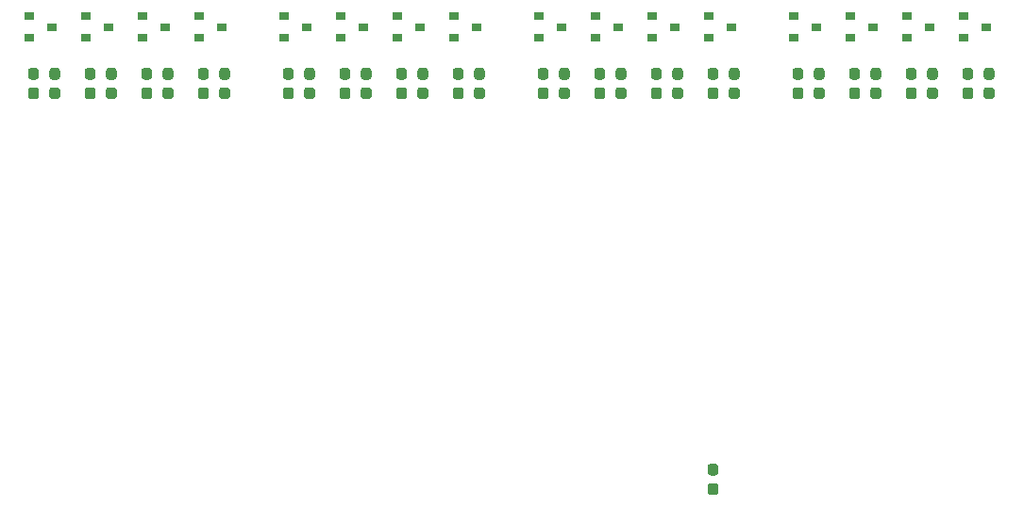
<source format=gbp>
G04 #@! TF.GenerationSoftware,KiCad,Pcbnew,(5.1.6)-1*
G04 #@! TF.CreationDate,2021-02-11T21:03:36+02:00*
G04 #@! TF.ProjectId,spectrum_analyzer,73706563-7472-4756-9d5f-616e616c797a,rev?*
G04 #@! TF.SameCoordinates,Original*
G04 #@! TF.FileFunction,Paste,Bot*
G04 #@! TF.FilePolarity,Positive*
%FSLAX46Y46*%
G04 Gerber Fmt 4.6, Leading zero omitted, Abs format (unit mm)*
G04 Created by KiCad (PCBNEW (5.1.6)-1) date 2021-02-11 21:03:36*
%MOMM*%
%LPD*%
G01*
G04 APERTURE LIST*
%ADD10R,0.900000X0.800000*%
G04 APERTURE END LIST*
G36*
G01*
X132952500Y-110775000D02*
X132477500Y-110775000D01*
G75*
G02*
X132240000Y-110537500I0J237500D01*
G01*
X132240000Y-109962500D01*
G75*
G02*
X132477500Y-109725000I237500J0D01*
G01*
X132952500Y-109725000D01*
G75*
G02*
X133190000Y-109962500I0J-237500D01*
G01*
X133190000Y-110537500D01*
G75*
G02*
X132952500Y-110775000I-237500J0D01*
G01*
G37*
G36*
G01*
X132952500Y-112525000D02*
X132477500Y-112525000D01*
G75*
G02*
X132240000Y-112287500I0J237500D01*
G01*
X132240000Y-111712500D01*
G75*
G02*
X132477500Y-111475000I237500J0D01*
G01*
X132952500Y-111475000D01*
G75*
G02*
X133190000Y-111712500I0J-237500D01*
G01*
X133190000Y-112287500D01*
G75*
G02*
X132952500Y-112525000I-237500J0D01*
G01*
G37*
G36*
G01*
X77072500Y-76965000D02*
X76597500Y-76965000D01*
G75*
G02*
X76360000Y-76727500I0J237500D01*
G01*
X76360000Y-76152500D01*
G75*
G02*
X76597500Y-75915000I237500J0D01*
G01*
X77072500Y-75915000D01*
G75*
G02*
X77310000Y-76152500I0J-237500D01*
G01*
X77310000Y-76727500D01*
G75*
G02*
X77072500Y-76965000I-237500J0D01*
G01*
G37*
G36*
G01*
X77072500Y-75215000D02*
X76597500Y-75215000D01*
G75*
G02*
X76360000Y-74977500I0J237500D01*
G01*
X76360000Y-74402500D01*
G75*
G02*
X76597500Y-74165000I237500J0D01*
G01*
X77072500Y-74165000D01*
G75*
G02*
X77310000Y-74402500I0J-237500D01*
G01*
X77310000Y-74977500D01*
G75*
G02*
X77072500Y-75215000I-237500J0D01*
G01*
G37*
G36*
G01*
X73422500Y-74165000D02*
X73897500Y-74165000D01*
G75*
G02*
X74135000Y-74402500I0J-237500D01*
G01*
X74135000Y-74977500D01*
G75*
G02*
X73897500Y-75215000I-237500J0D01*
G01*
X73422500Y-75215000D01*
G75*
G02*
X73185000Y-74977500I0J237500D01*
G01*
X73185000Y-74402500D01*
G75*
G02*
X73422500Y-74165000I237500J0D01*
G01*
G37*
G36*
G01*
X73422500Y-75915000D02*
X73897500Y-75915000D01*
G75*
G02*
X74135000Y-76152500I0J-237500D01*
G01*
X74135000Y-76727500D01*
G75*
G02*
X73897500Y-76965000I-237500J0D01*
G01*
X73422500Y-76965000D01*
G75*
G02*
X73185000Y-76727500I0J237500D01*
G01*
X73185000Y-76152500D01*
G75*
G02*
X73422500Y-75915000I237500J0D01*
G01*
G37*
G36*
G01*
X78502500Y-74165000D02*
X78977500Y-74165000D01*
G75*
G02*
X79215000Y-74402500I0J-237500D01*
G01*
X79215000Y-74977500D01*
G75*
G02*
X78977500Y-75215000I-237500J0D01*
G01*
X78502500Y-75215000D01*
G75*
G02*
X78265000Y-74977500I0J237500D01*
G01*
X78265000Y-74402500D01*
G75*
G02*
X78502500Y-74165000I237500J0D01*
G01*
G37*
G36*
G01*
X78502500Y-75915000D02*
X78977500Y-75915000D01*
G75*
G02*
X79215000Y-76152500I0J-237500D01*
G01*
X79215000Y-76727500D01*
G75*
G02*
X78977500Y-76965000I-237500J0D01*
G01*
X78502500Y-76965000D01*
G75*
G02*
X78265000Y-76727500I0J237500D01*
G01*
X78265000Y-76152500D01*
G75*
G02*
X78502500Y-75915000I237500J0D01*
G01*
G37*
G36*
G01*
X83582500Y-74165000D02*
X84057500Y-74165000D01*
G75*
G02*
X84295000Y-74402500I0J-237500D01*
G01*
X84295000Y-74977500D01*
G75*
G02*
X84057500Y-75215000I-237500J0D01*
G01*
X83582500Y-75215000D01*
G75*
G02*
X83345000Y-74977500I0J237500D01*
G01*
X83345000Y-74402500D01*
G75*
G02*
X83582500Y-74165000I237500J0D01*
G01*
G37*
G36*
G01*
X83582500Y-75915000D02*
X84057500Y-75915000D01*
G75*
G02*
X84295000Y-76152500I0J-237500D01*
G01*
X84295000Y-76727500D01*
G75*
G02*
X84057500Y-76965000I-237500J0D01*
G01*
X83582500Y-76965000D01*
G75*
G02*
X83345000Y-76727500I0J237500D01*
G01*
X83345000Y-76152500D01*
G75*
G02*
X83582500Y-75915000I237500J0D01*
G01*
G37*
G36*
G01*
X71992500Y-76965000D02*
X71517500Y-76965000D01*
G75*
G02*
X71280000Y-76727500I0J237500D01*
G01*
X71280000Y-76152500D01*
G75*
G02*
X71517500Y-75915000I237500J0D01*
G01*
X71992500Y-75915000D01*
G75*
G02*
X72230000Y-76152500I0J-237500D01*
G01*
X72230000Y-76727500D01*
G75*
G02*
X71992500Y-76965000I-237500J0D01*
G01*
G37*
G36*
G01*
X71992500Y-75215000D02*
X71517500Y-75215000D01*
G75*
G02*
X71280000Y-74977500I0J237500D01*
G01*
X71280000Y-74402500D01*
G75*
G02*
X71517500Y-74165000I237500J0D01*
G01*
X71992500Y-74165000D01*
G75*
G02*
X72230000Y-74402500I0J-237500D01*
G01*
X72230000Y-74977500D01*
G75*
G02*
X71992500Y-75215000I-237500J0D01*
G01*
G37*
G36*
G01*
X88662500Y-74165000D02*
X89137500Y-74165000D01*
G75*
G02*
X89375000Y-74402500I0J-237500D01*
G01*
X89375000Y-74977500D01*
G75*
G02*
X89137500Y-75215000I-237500J0D01*
G01*
X88662500Y-75215000D01*
G75*
G02*
X88425000Y-74977500I0J237500D01*
G01*
X88425000Y-74402500D01*
G75*
G02*
X88662500Y-74165000I237500J0D01*
G01*
G37*
G36*
G01*
X88662500Y-75915000D02*
X89137500Y-75915000D01*
G75*
G02*
X89375000Y-76152500I0J-237500D01*
G01*
X89375000Y-76727500D01*
G75*
G02*
X89137500Y-76965000I-237500J0D01*
G01*
X88662500Y-76965000D01*
G75*
G02*
X88425000Y-76727500I0J237500D01*
G01*
X88425000Y-76152500D01*
G75*
G02*
X88662500Y-75915000I237500J0D01*
G01*
G37*
G36*
G01*
X82152500Y-76965000D02*
X81677500Y-76965000D01*
G75*
G02*
X81440000Y-76727500I0J237500D01*
G01*
X81440000Y-76152500D01*
G75*
G02*
X81677500Y-75915000I237500J0D01*
G01*
X82152500Y-75915000D01*
G75*
G02*
X82390000Y-76152500I0J-237500D01*
G01*
X82390000Y-76727500D01*
G75*
G02*
X82152500Y-76965000I-237500J0D01*
G01*
G37*
G36*
G01*
X82152500Y-75215000D02*
X81677500Y-75215000D01*
G75*
G02*
X81440000Y-74977500I0J237500D01*
G01*
X81440000Y-74402500D01*
G75*
G02*
X81677500Y-74165000I237500J0D01*
G01*
X82152500Y-74165000D01*
G75*
G02*
X82390000Y-74402500I0J-237500D01*
G01*
X82390000Y-74977500D01*
G75*
G02*
X82152500Y-75215000I-237500J0D01*
G01*
G37*
G36*
G01*
X87232500Y-76965000D02*
X86757500Y-76965000D01*
G75*
G02*
X86520000Y-76727500I0J237500D01*
G01*
X86520000Y-76152500D01*
G75*
G02*
X86757500Y-75915000I237500J0D01*
G01*
X87232500Y-75915000D01*
G75*
G02*
X87470000Y-76152500I0J-237500D01*
G01*
X87470000Y-76727500D01*
G75*
G02*
X87232500Y-76965000I-237500J0D01*
G01*
G37*
G36*
G01*
X87232500Y-75215000D02*
X86757500Y-75215000D01*
G75*
G02*
X86520000Y-74977500I0J237500D01*
G01*
X86520000Y-74402500D01*
G75*
G02*
X86757500Y-74165000I237500J0D01*
G01*
X87232500Y-74165000D01*
G75*
G02*
X87470000Y-74402500I0J-237500D01*
G01*
X87470000Y-74977500D01*
G75*
G02*
X87232500Y-75215000I-237500J0D01*
G01*
G37*
G36*
G01*
X99932500Y-76965000D02*
X99457500Y-76965000D01*
G75*
G02*
X99220000Y-76727500I0J237500D01*
G01*
X99220000Y-76152500D01*
G75*
G02*
X99457500Y-75915000I237500J0D01*
G01*
X99932500Y-75915000D01*
G75*
G02*
X100170000Y-76152500I0J-237500D01*
G01*
X100170000Y-76727500D01*
G75*
G02*
X99932500Y-76965000I-237500J0D01*
G01*
G37*
G36*
G01*
X99932500Y-75215000D02*
X99457500Y-75215000D01*
G75*
G02*
X99220000Y-74977500I0J237500D01*
G01*
X99220000Y-74402500D01*
G75*
G02*
X99457500Y-74165000I237500J0D01*
G01*
X99932500Y-74165000D01*
G75*
G02*
X100170000Y-74402500I0J-237500D01*
G01*
X100170000Y-74977500D01*
G75*
G02*
X99932500Y-75215000I-237500J0D01*
G01*
G37*
G36*
G01*
X96282500Y-74165000D02*
X96757500Y-74165000D01*
G75*
G02*
X96995000Y-74402500I0J-237500D01*
G01*
X96995000Y-74977500D01*
G75*
G02*
X96757500Y-75215000I-237500J0D01*
G01*
X96282500Y-75215000D01*
G75*
G02*
X96045000Y-74977500I0J237500D01*
G01*
X96045000Y-74402500D01*
G75*
G02*
X96282500Y-74165000I237500J0D01*
G01*
G37*
G36*
G01*
X96282500Y-75915000D02*
X96757500Y-75915000D01*
G75*
G02*
X96995000Y-76152500I0J-237500D01*
G01*
X96995000Y-76727500D01*
G75*
G02*
X96757500Y-76965000I-237500J0D01*
G01*
X96282500Y-76965000D01*
G75*
G02*
X96045000Y-76727500I0J237500D01*
G01*
X96045000Y-76152500D01*
G75*
G02*
X96282500Y-75915000I237500J0D01*
G01*
G37*
G36*
G01*
X101362500Y-74165000D02*
X101837500Y-74165000D01*
G75*
G02*
X102075000Y-74402500I0J-237500D01*
G01*
X102075000Y-74977500D01*
G75*
G02*
X101837500Y-75215000I-237500J0D01*
G01*
X101362500Y-75215000D01*
G75*
G02*
X101125000Y-74977500I0J237500D01*
G01*
X101125000Y-74402500D01*
G75*
G02*
X101362500Y-74165000I237500J0D01*
G01*
G37*
G36*
G01*
X101362500Y-75915000D02*
X101837500Y-75915000D01*
G75*
G02*
X102075000Y-76152500I0J-237500D01*
G01*
X102075000Y-76727500D01*
G75*
G02*
X101837500Y-76965000I-237500J0D01*
G01*
X101362500Y-76965000D01*
G75*
G02*
X101125000Y-76727500I0J237500D01*
G01*
X101125000Y-76152500D01*
G75*
G02*
X101362500Y-75915000I237500J0D01*
G01*
G37*
G36*
G01*
X106442500Y-74165000D02*
X106917500Y-74165000D01*
G75*
G02*
X107155000Y-74402500I0J-237500D01*
G01*
X107155000Y-74977500D01*
G75*
G02*
X106917500Y-75215000I-237500J0D01*
G01*
X106442500Y-75215000D01*
G75*
G02*
X106205000Y-74977500I0J237500D01*
G01*
X106205000Y-74402500D01*
G75*
G02*
X106442500Y-74165000I237500J0D01*
G01*
G37*
G36*
G01*
X106442500Y-75915000D02*
X106917500Y-75915000D01*
G75*
G02*
X107155000Y-76152500I0J-237500D01*
G01*
X107155000Y-76727500D01*
G75*
G02*
X106917500Y-76965000I-237500J0D01*
G01*
X106442500Y-76965000D01*
G75*
G02*
X106205000Y-76727500I0J237500D01*
G01*
X106205000Y-76152500D01*
G75*
G02*
X106442500Y-75915000I237500J0D01*
G01*
G37*
G36*
G01*
X94852500Y-76965000D02*
X94377500Y-76965000D01*
G75*
G02*
X94140000Y-76727500I0J237500D01*
G01*
X94140000Y-76152500D01*
G75*
G02*
X94377500Y-75915000I237500J0D01*
G01*
X94852500Y-75915000D01*
G75*
G02*
X95090000Y-76152500I0J-237500D01*
G01*
X95090000Y-76727500D01*
G75*
G02*
X94852500Y-76965000I-237500J0D01*
G01*
G37*
G36*
G01*
X94852500Y-75215000D02*
X94377500Y-75215000D01*
G75*
G02*
X94140000Y-74977500I0J237500D01*
G01*
X94140000Y-74402500D01*
G75*
G02*
X94377500Y-74165000I237500J0D01*
G01*
X94852500Y-74165000D01*
G75*
G02*
X95090000Y-74402500I0J-237500D01*
G01*
X95090000Y-74977500D01*
G75*
G02*
X94852500Y-75215000I-237500J0D01*
G01*
G37*
G36*
G01*
X111522500Y-74165000D02*
X111997500Y-74165000D01*
G75*
G02*
X112235000Y-74402500I0J-237500D01*
G01*
X112235000Y-74977500D01*
G75*
G02*
X111997500Y-75215000I-237500J0D01*
G01*
X111522500Y-75215000D01*
G75*
G02*
X111285000Y-74977500I0J237500D01*
G01*
X111285000Y-74402500D01*
G75*
G02*
X111522500Y-74165000I237500J0D01*
G01*
G37*
G36*
G01*
X111522500Y-75915000D02*
X111997500Y-75915000D01*
G75*
G02*
X112235000Y-76152500I0J-237500D01*
G01*
X112235000Y-76727500D01*
G75*
G02*
X111997500Y-76965000I-237500J0D01*
G01*
X111522500Y-76965000D01*
G75*
G02*
X111285000Y-76727500I0J237500D01*
G01*
X111285000Y-76152500D01*
G75*
G02*
X111522500Y-75915000I237500J0D01*
G01*
G37*
G36*
G01*
X105012500Y-76965000D02*
X104537500Y-76965000D01*
G75*
G02*
X104300000Y-76727500I0J237500D01*
G01*
X104300000Y-76152500D01*
G75*
G02*
X104537500Y-75915000I237500J0D01*
G01*
X105012500Y-75915000D01*
G75*
G02*
X105250000Y-76152500I0J-237500D01*
G01*
X105250000Y-76727500D01*
G75*
G02*
X105012500Y-76965000I-237500J0D01*
G01*
G37*
G36*
G01*
X105012500Y-75215000D02*
X104537500Y-75215000D01*
G75*
G02*
X104300000Y-74977500I0J237500D01*
G01*
X104300000Y-74402500D01*
G75*
G02*
X104537500Y-74165000I237500J0D01*
G01*
X105012500Y-74165000D01*
G75*
G02*
X105250000Y-74402500I0J-237500D01*
G01*
X105250000Y-74977500D01*
G75*
G02*
X105012500Y-75215000I-237500J0D01*
G01*
G37*
G36*
G01*
X110092500Y-76965000D02*
X109617500Y-76965000D01*
G75*
G02*
X109380000Y-76727500I0J237500D01*
G01*
X109380000Y-76152500D01*
G75*
G02*
X109617500Y-75915000I237500J0D01*
G01*
X110092500Y-75915000D01*
G75*
G02*
X110330000Y-76152500I0J-237500D01*
G01*
X110330000Y-76727500D01*
G75*
G02*
X110092500Y-76965000I-237500J0D01*
G01*
G37*
G36*
G01*
X110092500Y-75215000D02*
X109617500Y-75215000D01*
G75*
G02*
X109380000Y-74977500I0J237500D01*
G01*
X109380000Y-74402500D01*
G75*
G02*
X109617500Y-74165000I237500J0D01*
G01*
X110092500Y-74165000D01*
G75*
G02*
X110330000Y-74402500I0J-237500D01*
G01*
X110330000Y-74977500D01*
G75*
G02*
X110092500Y-75215000I-237500J0D01*
G01*
G37*
G36*
G01*
X122792500Y-76965000D02*
X122317500Y-76965000D01*
G75*
G02*
X122080000Y-76727500I0J237500D01*
G01*
X122080000Y-76152500D01*
G75*
G02*
X122317500Y-75915000I237500J0D01*
G01*
X122792500Y-75915000D01*
G75*
G02*
X123030000Y-76152500I0J-237500D01*
G01*
X123030000Y-76727500D01*
G75*
G02*
X122792500Y-76965000I-237500J0D01*
G01*
G37*
G36*
G01*
X122792500Y-75215000D02*
X122317500Y-75215000D01*
G75*
G02*
X122080000Y-74977500I0J237500D01*
G01*
X122080000Y-74402500D01*
G75*
G02*
X122317500Y-74165000I237500J0D01*
G01*
X122792500Y-74165000D01*
G75*
G02*
X123030000Y-74402500I0J-237500D01*
G01*
X123030000Y-74977500D01*
G75*
G02*
X122792500Y-75215000I-237500J0D01*
G01*
G37*
G36*
G01*
X119142500Y-74165000D02*
X119617500Y-74165000D01*
G75*
G02*
X119855000Y-74402500I0J-237500D01*
G01*
X119855000Y-74977500D01*
G75*
G02*
X119617500Y-75215000I-237500J0D01*
G01*
X119142500Y-75215000D01*
G75*
G02*
X118905000Y-74977500I0J237500D01*
G01*
X118905000Y-74402500D01*
G75*
G02*
X119142500Y-74165000I237500J0D01*
G01*
G37*
G36*
G01*
X119142500Y-75915000D02*
X119617500Y-75915000D01*
G75*
G02*
X119855000Y-76152500I0J-237500D01*
G01*
X119855000Y-76727500D01*
G75*
G02*
X119617500Y-76965000I-237500J0D01*
G01*
X119142500Y-76965000D01*
G75*
G02*
X118905000Y-76727500I0J237500D01*
G01*
X118905000Y-76152500D01*
G75*
G02*
X119142500Y-75915000I237500J0D01*
G01*
G37*
G36*
G01*
X124222500Y-74165000D02*
X124697500Y-74165000D01*
G75*
G02*
X124935000Y-74402500I0J-237500D01*
G01*
X124935000Y-74977500D01*
G75*
G02*
X124697500Y-75215000I-237500J0D01*
G01*
X124222500Y-75215000D01*
G75*
G02*
X123985000Y-74977500I0J237500D01*
G01*
X123985000Y-74402500D01*
G75*
G02*
X124222500Y-74165000I237500J0D01*
G01*
G37*
G36*
G01*
X124222500Y-75915000D02*
X124697500Y-75915000D01*
G75*
G02*
X124935000Y-76152500I0J-237500D01*
G01*
X124935000Y-76727500D01*
G75*
G02*
X124697500Y-76965000I-237500J0D01*
G01*
X124222500Y-76965000D01*
G75*
G02*
X123985000Y-76727500I0J237500D01*
G01*
X123985000Y-76152500D01*
G75*
G02*
X124222500Y-75915000I237500J0D01*
G01*
G37*
G36*
G01*
X129302500Y-74165000D02*
X129777500Y-74165000D01*
G75*
G02*
X130015000Y-74402500I0J-237500D01*
G01*
X130015000Y-74977500D01*
G75*
G02*
X129777500Y-75215000I-237500J0D01*
G01*
X129302500Y-75215000D01*
G75*
G02*
X129065000Y-74977500I0J237500D01*
G01*
X129065000Y-74402500D01*
G75*
G02*
X129302500Y-74165000I237500J0D01*
G01*
G37*
G36*
G01*
X129302500Y-75915000D02*
X129777500Y-75915000D01*
G75*
G02*
X130015000Y-76152500I0J-237500D01*
G01*
X130015000Y-76727500D01*
G75*
G02*
X129777500Y-76965000I-237500J0D01*
G01*
X129302500Y-76965000D01*
G75*
G02*
X129065000Y-76727500I0J237500D01*
G01*
X129065000Y-76152500D01*
G75*
G02*
X129302500Y-75915000I237500J0D01*
G01*
G37*
G36*
G01*
X117712500Y-76965000D02*
X117237500Y-76965000D01*
G75*
G02*
X117000000Y-76727500I0J237500D01*
G01*
X117000000Y-76152500D01*
G75*
G02*
X117237500Y-75915000I237500J0D01*
G01*
X117712500Y-75915000D01*
G75*
G02*
X117950000Y-76152500I0J-237500D01*
G01*
X117950000Y-76727500D01*
G75*
G02*
X117712500Y-76965000I-237500J0D01*
G01*
G37*
G36*
G01*
X117712500Y-75215000D02*
X117237500Y-75215000D01*
G75*
G02*
X117000000Y-74977500I0J237500D01*
G01*
X117000000Y-74402500D01*
G75*
G02*
X117237500Y-74165000I237500J0D01*
G01*
X117712500Y-74165000D01*
G75*
G02*
X117950000Y-74402500I0J-237500D01*
G01*
X117950000Y-74977500D01*
G75*
G02*
X117712500Y-75215000I-237500J0D01*
G01*
G37*
G36*
G01*
X134382500Y-74165000D02*
X134857500Y-74165000D01*
G75*
G02*
X135095000Y-74402500I0J-237500D01*
G01*
X135095000Y-74977500D01*
G75*
G02*
X134857500Y-75215000I-237500J0D01*
G01*
X134382500Y-75215000D01*
G75*
G02*
X134145000Y-74977500I0J237500D01*
G01*
X134145000Y-74402500D01*
G75*
G02*
X134382500Y-74165000I237500J0D01*
G01*
G37*
G36*
G01*
X134382500Y-75915000D02*
X134857500Y-75915000D01*
G75*
G02*
X135095000Y-76152500I0J-237500D01*
G01*
X135095000Y-76727500D01*
G75*
G02*
X134857500Y-76965000I-237500J0D01*
G01*
X134382500Y-76965000D01*
G75*
G02*
X134145000Y-76727500I0J237500D01*
G01*
X134145000Y-76152500D01*
G75*
G02*
X134382500Y-75915000I237500J0D01*
G01*
G37*
G36*
G01*
X127872500Y-76965000D02*
X127397500Y-76965000D01*
G75*
G02*
X127160000Y-76727500I0J237500D01*
G01*
X127160000Y-76152500D01*
G75*
G02*
X127397500Y-75915000I237500J0D01*
G01*
X127872500Y-75915000D01*
G75*
G02*
X128110000Y-76152500I0J-237500D01*
G01*
X128110000Y-76727500D01*
G75*
G02*
X127872500Y-76965000I-237500J0D01*
G01*
G37*
G36*
G01*
X127872500Y-75215000D02*
X127397500Y-75215000D01*
G75*
G02*
X127160000Y-74977500I0J237500D01*
G01*
X127160000Y-74402500D01*
G75*
G02*
X127397500Y-74165000I237500J0D01*
G01*
X127872500Y-74165000D01*
G75*
G02*
X128110000Y-74402500I0J-237500D01*
G01*
X128110000Y-74977500D01*
G75*
G02*
X127872500Y-75215000I-237500J0D01*
G01*
G37*
G36*
G01*
X132952500Y-76965000D02*
X132477500Y-76965000D01*
G75*
G02*
X132240000Y-76727500I0J237500D01*
G01*
X132240000Y-76152500D01*
G75*
G02*
X132477500Y-75915000I237500J0D01*
G01*
X132952500Y-75915000D01*
G75*
G02*
X133190000Y-76152500I0J-237500D01*
G01*
X133190000Y-76727500D01*
G75*
G02*
X132952500Y-76965000I-237500J0D01*
G01*
G37*
G36*
G01*
X132952500Y-75215000D02*
X132477500Y-75215000D01*
G75*
G02*
X132240000Y-74977500I0J237500D01*
G01*
X132240000Y-74402500D01*
G75*
G02*
X132477500Y-74165000I237500J0D01*
G01*
X132952500Y-74165000D01*
G75*
G02*
X133190000Y-74402500I0J-237500D01*
G01*
X133190000Y-74977500D01*
G75*
G02*
X132952500Y-75215000I-237500J0D01*
G01*
G37*
D10*
X71390000Y-71435000D03*
X71390000Y-69535000D03*
X73390000Y-70485000D03*
X76470000Y-71435000D03*
X76470000Y-69535000D03*
X78470000Y-70485000D03*
X81550000Y-71435000D03*
X81550000Y-69535000D03*
X83550000Y-70485000D03*
X86630000Y-71435000D03*
X86630000Y-69535000D03*
X88630000Y-70485000D03*
X94250000Y-71435000D03*
X94250000Y-69535000D03*
X96250000Y-70485000D03*
X99330000Y-71435000D03*
X99330000Y-69535000D03*
X101330000Y-70485000D03*
X104410000Y-71435000D03*
X104410000Y-69535000D03*
X106410000Y-70485000D03*
X109490000Y-71435000D03*
X109490000Y-69535000D03*
X111490000Y-70485000D03*
X117110000Y-71435000D03*
X117110000Y-69535000D03*
X119110000Y-70485000D03*
X122190000Y-71435000D03*
X122190000Y-69535000D03*
X124190000Y-70485000D03*
X127270000Y-71435000D03*
X127270000Y-69535000D03*
X129270000Y-70485000D03*
X132350000Y-71435000D03*
X132350000Y-69535000D03*
X134350000Y-70485000D03*
X157210000Y-70485000D03*
X155210000Y-69535000D03*
X155210000Y-71435000D03*
X152130000Y-70485000D03*
X150130000Y-69535000D03*
X150130000Y-71435000D03*
X147050000Y-70485000D03*
X145050000Y-69535000D03*
X145050000Y-71435000D03*
X141970000Y-70485000D03*
X139970000Y-69535000D03*
X139970000Y-71435000D03*
G36*
G01*
X142002500Y-75915000D02*
X142477500Y-75915000D01*
G75*
G02*
X142715000Y-76152500I0J-237500D01*
G01*
X142715000Y-76727500D01*
G75*
G02*
X142477500Y-76965000I-237500J0D01*
G01*
X142002500Y-76965000D01*
G75*
G02*
X141765000Y-76727500I0J237500D01*
G01*
X141765000Y-76152500D01*
G75*
G02*
X142002500Y-75915000I237500J0D01*
G01*
G37*
G36*
G01*
X142002500Y-74165000D02*
X142477500Y-74165000D01*
G75*
G02*
X142715000Y-74402500I0J-237500D01*
G01*
X142715000Y-74977500D01*
G75*
G02*
X142477500Y-75215000I-237500J0D01*
G01*
X142002500Y-75215000D01*
G75*
G02*
X141765000Y-74977500I0J237500D01*
G01*
X141765000Y-74402500D01*
G75*
G02*
X142002500Y-74165000I237500J0D01*
G01*
G37*
G36*
G01*
X147082500Y-75915000D02*
X147557500Y-75915000D01*
G75*
G02*
X147795000Y-76152500I0J-237500D01*
G01*
X147795000Y-76727500D01*
G75*
G02*
X147557500Y-76965000I-237500J0D01*
G01*
X147082500Y-76965000D01*
G75*
G02*
X146845000Y-76727500I0J237500D01*
G01*
X146845000Y-76152500D01*
G75*
G02*
X147082500Y-75915000I237500J0D01*
G01*
G37*
G36*
G01*
X147082500Y-74165000D02*
X147557500Y-74165000D01*
G75*
G02*
X147795000Y-74402500I0J-237500D01*
G01*
X147795000Y-74977500D01*
G75*
G02*
X147557500Y-75215000I-237500J0D01*
G01*
X147082500Y-75215000D01*
G75*
G02*
X146845000Y-74977500I0J237500D01*
G01*
X146845000Y-74402500D01*
G75*
G02*
X147082500Y-74165000I237500J0D01*
G01*
G37*
G36*
G01*
X140572500Y-75215000D02*
X140097500Y-75215000D01*
G75*
G02*
X139860000Y-74977500I0J237500D01*
G01*
X139860000Y-74402500D01*
G75*
G02*
X140097500Y-74165000I237500J0D01*
G01*
X140572500Y-74165000D01*
G75*
G02*
X140810000Y-74402500I0J-237500D01*
G01*
X140810000Y-74977500D01*
G75*
G02*
X140572500Y-75215000I-237500J0D01*
G01*
G37*
G36*
G01*
X140572500Y-76965000D02*
X140097500Y-76965000D01*
G75*
G02*
X139860000Y-76727500I0J237500D01*
G01*
X139860000Y-76152500D01*
G75*
G02*
X140097500Y-75915000I237500J0D01*
G01*
X140572500Y-75915000D01*
G75*
G02*
X140810000Y-76152500I0J-237500D01*
G01*
X140810000Y-76727500D01*
G75*
G02*
X140572500Y-76965000I-237500J0D01*
G01*
G37*
G36*
G01*
X145652500Y-75215000D02*
X145177500Y-75215000D01*
G75*
G02*
X144940000Y-74977500I0J237500D01*
G01*
X144940000Y-74402500D01*
G75*
G02*
X145177500Y-74165000I237500J0D01*
G01*
X145652500Y-74165000D01*
G75*
G02*
X145890000Y-74402500I0J-237500D01*
G01*
X145890000Y-74977500D01*
G75*
G02*
X145652500Y-75215000I-237500J0D01*
G01*
G37*
G36*
G01*
X145652500Y-76965000D02*
X145177500Y-76965000D01*
G75*
G02*
X144940000Y-76727500I0J237500D01*
G01*
X144940000Y-76152500D01*
G75*
G02*
X145177500Y-75915000I237500J0D01*
G01*
X145652500Y-75915000D01*
G75*
G02*
X145890000Y-76152500I0J-237500D01*
G01*
X145890000Y-76727500D01*
G75*
G02*
X145652500Y-76965000I-237500J0D01*
G01*
G37*
G36*
G01*
X152162500Y-75915000D02*
X152637500Y-75915000D01*
G75*
G02*
X152875000Y-76152500I0J-237500D01*
G01*
X152875000Y-76727500D01*
G75*
G02*
X152637500Y-76965000I-237500J0D01*
G01*
X152162500Y-76965000D01*
G75*
G02*
X151925000Y-76727500I0J237500D01*
G01*
X151925000Y-76152500D01*
G75*
G02*
X152162500Y-75915000I237500J0D01*
G01*
G37*
G36*
G01*
X152162500Y-74165000D02*
X152637500Y-74165000D01*
G75*
G02*
X152875000Y-74402500I0J-237500D01*
G01*
X152875000Y-74977500D01*
G75*
G02*
X152637500Y-75215000I-237500J0D01*
G01*
X152162500Y-75215000D01*
G75*
G02*
X151925000Y-74977500I0J237500D01*
G01*
X151925000Y-74402500D01*
G75*
G02*
X152162500Y-74165000I237500J0D01*
G01*
G37*
G36*
G01*
X157242500Y-75915000D02*
X157717500Y-75915000D01*
G75*
G02*
X157955000Y-76152500I0J-237500D01*
G01*
X157955000Y-76727500D01*
G75*
G02*
X157717500Y-76965000I-237500J0D01*
G01*
X157242500Y-76965000D01*
G75*
G02*
X157005000Y-76727500I0J237500D01*
G01*
X157005000Y-76152500D01*
G75*
G02*
X157242500Y-75915000I237500J0D01*
G01*
G37*
G36*
G01*
X157242500Y-74165000D02*
X157717500Y-74165000D01*
G75*
G02*
X157955000Y-74402500I0J-237500D01*
G01*
X157955000Y-74977500D01*
G75*
G02*
X157717500Y-75215000I-237500J0D01*
G01*
X157242500Y-75215000D01*
G75*
G02*
X157005000Y-74977500I0J237500D01*
G01*
X157005000Y-74402500D01*
G75*
G02*
X157242500Y-74165000I237500J0D01*
G01*
G37*
G36*
G01*
X150732500Y-75215000D02*
X150257500Y-75215000D01*
G75*
G02*
X150020000Y-74977500I0J237500D01*
G01*
X150020000Y-74402500D01*
G75*
G02*
X150257500Y-74165000I237500J0D01*
G01*
X150732500Y-74165000D01*
G75*
G02*
X150970000Y-74402500I0J-237500D01*
G01*
X150970000Y-74977500D01*
G75*
G02*
X150732500Y-75215000I-237500J0D01*
G01*
G37*
G36*
G01*
X150732500Y-76965000D02*
X150257500Y-76965000D01*
G75*
G02*
X150020000Y-76727500I0J237500D01*
G01*
X150020000Y-76152500D01*
G75*
G02*
X150257500Y-75915000I237500J0D01*
G01*
X150732500Y-75915000D01*
G75*
G02*
X150970000Y-76152500I0J-237500D01*
G01*
X150970000Y-76727500D01*
G75*
G02*
X150732500Y-76965000I-237500J0D01*
G01*
G37*
G36*
G01*
X155812500Y-75215000D02*
X155337500Y-75215000D01*
G75*
G02*
X155100000Y-74977500I0J237500D01*
G01*
X155100000Y-74402500D01*
G75*
G02*
X155337500Y-74165000I237500J0D01*
G01*
X155812500Y-74165000D01*
G75*
G02*
X156050000Y-74402500I0J-237500D01*
G01*
X156050000Y-74977500D01*
G75*
G02*
X155812500Y-75215000I-237500J0D01*
G01*
G37*
G36*
G01*
X155812500Y-76965000D02*
X155337500Y-76965000D01*
G75*
G02*
X155100000Y-76727500I0J237500D01*
G01*
X155100000Y-76152500D01*
G75*
G02*
X155337500Y-75915000I237500J0D01*
G01*
X155812500Y-75915000D01*
G75*
G02*
X156050000Y-76152500I0J-237500D01*
G01*
X156050000Y-76727500D01*
G75*
G02*
X155812500Y-76965000I-237500J0D01*
G01*
G37*
M02*

</source>
